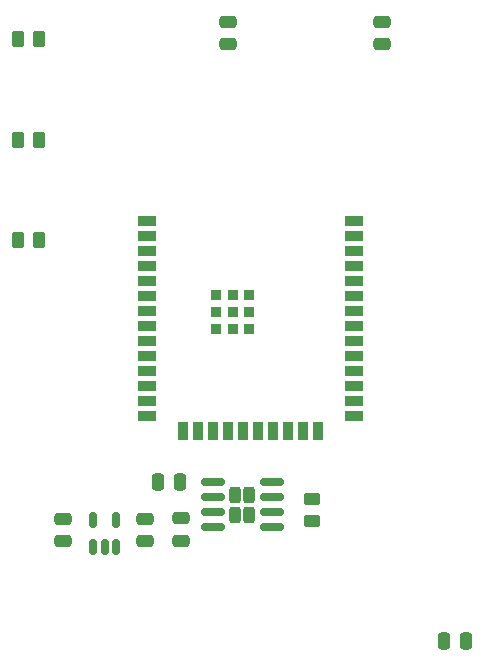
<source format=gbr>
%TF.GenerationSoftware,KiCad,Pcbnew,9.0.1*%
%TF.CreationDate,2025-11-13T22:26:36+01:00*%
%TF.ProjectId,dise_o_v2,64697365-f16f-45f7-9632-2e6b69636164,rev?*%
%TF.SameCoordinates,Original*%
%TF.FileFunction,Paste,Top*%
%TF.FilePolarity,Positive*%
%FSLAX46Y46*%
G04 Gerber Fmt 4.6, Leading zero omitted, Abs format (unit mm)*
G04 Created by KiCad (PCBNEW 9.0.1) date 2025-11-13 22:26:36*
%MOMM*%
%LPD*%
G01*
G04 APERTURE LIST*
G04 Aperture macros list*
%AMRoundRect*
0 Rectangle with rounded corners*
0 $1 Rounding radius*
0 $2 $3 $4 $5 $6 $7 $8 $9 X,Y pos of 4 corners*
0 Add a 4 corners polygon primitive as box body*
4,1,4,$2,$3,$4,$5,$6,$7,$8,$9,$2,$3,0*
0 Add four circle primitives for the rounded corners*
1,1,$1+$1,$2,$3*
1,1,$1+$1,$4,$5*
1,1,$1+$1,$6,$7*
1,1,$1+$1,$8,$9*
0 Add four rect primitives between the rounded corners*
20,1,$1+$1,$2,$3,$4,$5,0*
20,1,$1+$1,$4,$5,$6,$7,0*
20,1,$1+$1,$6,$7,$8,$9,0*
20,1,$1+$1,$8,$9,$2,$3,0*%
G04 Aperture macros list end*
%ADD10RoundRect,0.250000X-0.262500X-0.450000X0.262500X-0.450000X0.262500X0.450000X-0.262500X0.450000X0*%
%ADD11RoundRect,0.250000X-0.475000X0.250000X-0.475000X-0.250000X0.475000X-0.250000X0.475000X0.250000X0*%
%ADD12R,1.500000X0.900000*%
%ADD13R,0.900000X1.500000*%
%ADD14R,0.900000X0.900000*%
%ADD15RoundRect,0.250000X0.262500X0.450000X-0.262500X0.450000X-0.262500X-0.450000X0.262500X-0.450000X0*%
%ADD16RoundRect,0.250000X0.475000X-0.250000X0.475000X0.250000X-0.475000X0.250000X-0.475000X-0.250000X0*%
%ADD17RoundRect,0.250000X0.255000X0.440000X-0.255000X0.440000X-0.255000X-0.440000X0.255000X-0.440000X0*%
%ADD18RoundRect,0.150000X0.825000X0.150000X-0.825000X0.150000X-0.825000X-0.150000X0.825000X-0.150000X0*%
%ADD19RoundRect,0.150000X0.150000X-0.512500X0.150000X0.512500X-0.150000X0.512500X-0.150000X-0.512500X0*%
%ADD20RoundRect,0.250000X-0.450000X0.262500X-0.450000X-0.262500X0.450000X-0.262500X0.450000X0.262500X0*%
%ADD21RoundRect,0.250000X0.250000X0.475000X-0.250000X0.475000X-0.250000X-0.475000X0.250000X-0.475000X0*%
G04 APERTURE END LIST*
D10*
%TO.C,R2*%
X45175000Y-46500000D03*
X47000000Y-46500000D03*
%TD*%
D11*
%TO.C,C6*%
X59000000Y-78550000D03*
X59000000Y-80450000D03*
%TD*%
D12*
%TO.C,U1*%
X56160000Y-53360000D03*
X56160000Y-54630000D03*
X56160000Y-55900000D03*
X56160000Y-57170000D03*
X56160000Y-58440000D03*
X56160000Y-59710000D03*
X56160000Y-60980000D03*
X56160000Y-62250000D03*
X56160000Y-63520000D03*
X56160000Y-64790000D03*
X56160000Y-66060000D03*
X56160000Y-67330000D03*
X56160000Y-68600000D03*
X56160000Y-69870000D03*
D13*
X59195000Y-71120000D03*
X60465000Y-71120000D03*
X61735000Y-71120000D03*
X63005000Y-71120000D03*
X64275000Y-71120000D03*
X65545000Y-71120000D03*
X66815000Y-71120000D03*
X68085000Y-71120000D03*
X69355000Y-71120000D03*
X70625000Y-71120000D03*
D12*
X73660000Y-69870000D03*
X73660000Y-68600000D03*
X73660000Y-67330000D03*
X73660000Y-66060000D03*
X73660000Y-64790000D03*
X73660000Y-63520000D03*
X73660000Y-62250000D03*
X73660000Y-60980000D03*
X73660000Y-59710000D03*
X73660000Y-58440000D03*
X73660000Y-57170000D03*
X73660000Y-55900000D03*
X73660000Y-54630000D03*
X73660000Y-53360000D03*
D14*
X62010000Y-59680000D03*
X62010000Y-61080000D03*
X62010000Y-62480000D03*
X63410000Y-59680000D03*
X63410000Y-61080000D03*
X63410000Y-62480000D03*
X64810000Y-59680000D03*
X64810000Y-61080000D03*
X64810000Y-62480000D03*
%TD*%
D15*
%TO.C,R9*%
X47000000Y-55000000D03*
X45175000Y-55000000D03*
%TD*%
D11*
%TO.C,C11*%
X76000000Y-36500000D03*
X76000000Y-38400000D03*
%TD*%
D16*
%TO.C,C1*%
X49000000Y-80500000D03*
X49000000Y-78600000D03*
%TD*%
D11*
%TO.C,C2*%
X56000000Y-78600000D03*
X56000000Y-80500000D03*
%TD*%
D17*
%TO.C,U3*%
X64800000Y-78225000D03*
X64800000Y-76575000D03*
X63600000Y-78225000D03*
X63600000Y-76575000D03*
D18*
X66675000Y-79305000D03*
X66675000Y-78035000D03*
X66675000Y-76765000D03*
X66675000Y-75495000D03*
X61725000Y-75495000D03*
X61725000Y-76765000D03*
X61725000Y-78035000D03*
X61725000Y-79305000D03*
%TD*%
D19*
%TO.C,U2*%
X51600000Y-81000000D03*
X52550000Y-81000000D03*
X53500000Y-81000000D03*
X53500000Y-78725000D03*
X51600000Y-78725000D03*
%TD*%
D15*
%TO.C,R1*%
X47000000Y-38000000D03*
X45175000Y-38000000D03*
%TD*%
D11*
%TO.C,C12*%
X63000000Y-36500000D03*
X63000000Y-38400000D03*
%TD*%
D20*
%TO.C,R3*%
X70076800Y-76915000D03*
X70076800Y-78740000D03*
%TD*%
D21*
%TO.C,C13*%
X58950000Y-75500000D03*
X57050000Y-75500000D03*
%TD*%
%TO.C,C14*%
X83180000Y-88900000D03*
X81280000Y-88900000D03*
%TD*%
M02*

</source>
